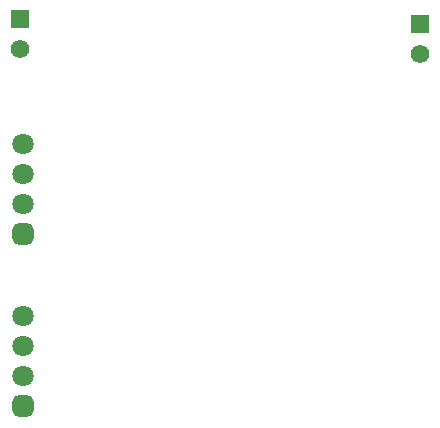
<source format=gbs>
G04*
G04 #@! TF.GenerationSoftware,Altium Limited,Altium Designer,24.2.2 (26)*
G04*
G04 Layer_Color=16711935*
%FSLAX25Y25*%
%MOIN*%
G70*
G04*
G04 #@! TF.SameCoordinates,D4B7AB03-ACD0-4E4C-BE4D-9A7B16F7929E*
G04*
G04*
G04 #@! TF.FilePolarity,Negative*
G04*
G01*
G75*
%ADD17C,0.07099*%
G04:AMPARAMS|DCode=18|XSize=70.99mil|YSize=70.99mil|CornerRadius=19.75mil|HoleSize=0mil|Usage=FLASHONLY|Rotation=90.000|XOffset=0mil|YOffset=0mil|HoleType=Round|Shape=RoundedRectangle|*
%AMROUNDEDRECTD18*
21,1,0.07099,0.03150,0,0,90.0*
21,1,0.03150,0.07099,0,0,90.0*
1,1,0.03950,0.01575,0.01575*
1,1,0.03950,0.01575,-0.01575*
1,1,0.03950,-0.01575,-0.01575*
1,1,0.03950,-0.01575,0.01575*
%
%ADD18ROUNDEDRECTD18*%
%ADD19C,0.06181*%
%ADD20R,0.06181X0.06181*%
D17*
X421000Y187500D02*
D03*
Y197500D02*
D03*
Y207500D02*
D03*
Y130000D02*
D03*
Y140000D02*
D03*
Y150000D02*
D03*
D18*
Y177500D02*
D03*
Y120000D02*
D03*
D19*
X420000Y239000D02*
D03*
X553500Y237500D02*
D03*
D20*
X420000Y249000D02*
D03*
X553500Y247500D02*
D03*
M02*

</source>
